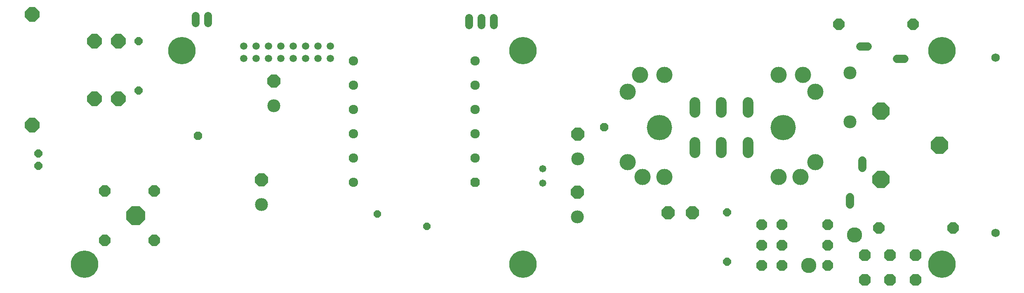
<source format=gbs>
G75*
%MOIN*%
%OFA0B0*%
%FSLAX25Y25*%
%IPPOS*%
%LPD*%
%AMOC8*
5,1,8,0,0,1.08239X$1,22.5*
%
%ADD10C,0.13098*%
%ADD11OC8,0.09350*%
%ADD12C,0.10500*%
%ADD13C,0.06500*%
%ADD14OC8,0.06500*%
%ADD15OC8,0.10500*%
%ADD16C,0.05815*%
%ADD17OC8,0.08768*%
%ADD18C,0.07587*%
%ADD19OC8,0.07587*%
%ADD20C,0.12311*%
%ADD21C,0.06799*%
%ADD22OC8,0.13886*%
%ADD23OC8,0.11768*%
%ADD24C,0.20500*%
%ADD25OC8,0.09100*%
%ADD26OC8,0.15500*%
%ADD27C,0.08750*%
%ADD28C,0.06406*%
%ADD29C,0.05900*%
%ADD30OC8,0.06996*%
%ADD31OC8,0.05900*%
%ADD32OC8,0.06406*%
%ADD33OC8,0.09555*%
%ADD34C,0.22154*%
D10*
X0556731Y0164445D03*
X0568542Y0152634D03*
X0586259Y0152634D03*
X0678778Y0152634D03*
X0696495Y0152634D03*
X0708306Y0164445D03*
X0708306Y0221531D03*
X0698463Y0235311D03*
X0678778Y0235311D03*
X0586259Y0235311D03*
X0566573Y0235311D03*
X0556731Y0221531D03*
D11*
X0727449Y0276364D03*
X0787449Y0276364D03*
X0759699Y0111364D03*
X0819699Y0111364D03*
D12*
X0736449Y0197364D03*
X0736449Y0236734D03*
X0516449Y0167114D03*
X0515949Y0120114D03*
X0260699Y0130364D03*
X0270699Y0210364D03*
D13*
X0736449Y0136350D02*
X0736449Y0130350D01*
X0746449Y0159878D02*
X0746449Y0165878D01*
X0774213Y0248114D02*
X0780213Y0248114D01*
X0750686Y0258114D02*
X0744686Y0258114D01*
D14*
X0636949Y0123864D03*
X0636949Y0083864D03*
X0161418Y0222396D03*
X0161418Y0262396D03*
D15*
X0270699Y0230364D03*
X0260699Y0150364D03*
X0515949Y0140114D03*
X0589357Y0123614D03*
X0609042Y0123614D03*
X0516449Y0187114D03*
D16*
X0487949Y0159270D03*
X0487949Y0147459D03*
D17*
X0664932Y0113900D03*
X0681467Y0113900D03*
X0718199Y0113900D03*
X0718199Y0097364D03*
X0681467Y0097364D03*
X0664932Y0097364D03*
X0664932Y0080829D03*
X0681467Y0080829D03*
X0718199Y0080829D03*
D18*
X0433412Y0167837D03*
X0433412Y0187522D03*
X0433412Y0207207D03*
X0433412Y0226892D03*
X0433412Y0246577D03*
X0334987Y0246577D03*
X0334987Y0226892D03*
X0334987Y0207207D03*
X0334987Y0187522D03*
X0334987Y0167837D03*
X0334987Y0148152D03*
D19*
X0433412Y0148152D03*
D20*
X0703042Y0080829D03*
X0740050Y0105632D03*
D21*
X0853975Y0107358D03*
X0853975Y0249091D03*
D22*
X0761455Y0205783D03*
X0808699Y0178224D03*
X0761455Y0150665D03*
D23*
X0145038Y0215843D03*
X0125550Y0215843D03*
X0075432Y0194445D03*
X0125550Y0262654D03*
X0145038Y0262654D03*
X0075432Y0284051D03*
D24*
X0582449Y0192614D03*
X0682449Y0192614D03*
D25*
X0174054Y0141138D03*
X0134054Y0141138D03*
X0134054Y0101138D03*
X0174054Y0101138D03*
D26*
X0159093Y0121138D03*
D27*
X0610949Y0172239D02*
X0610949Y0180489D01*
X0632449Y0180489D02*
X0632449Y0172239D01*
X0653949Y0172239D02*
X0653949Y0180489D01*
X0653949Y0204739D02*
X0653949Y0212989D01*
X0632449Y0212989D02*
X0632449Y0204739D01*
X0610949Y0204739D02*
X0610949Y0212989D01*
D28*
X0448199Y0275661D02*
X0448199Y0281567D01*
X0438199Y0281567D02*
X0438199Y0275661D01*
X0428199Y0275661D02*
X0428199Y0281567D01*
X0217199Y0283067D02*
X0217199Y0277161D01*
X0207199Y0277161D02*
X0207199Y0283067D01*
D29*
X0246199Y0258614D03*
X0256199Y0258614D03*
X0266199Y0258614D03*
X0276199Y0258614D03*
X0286199Y0258614D03*
X0296199Y0258614D03*
X0306199Y0258614D03*
X0316199Y0258614D03*
X0316199Y0248614D03*
X0306199Y0248614D03*
X0296199Y0248614D03*
X0286199Y0248614D03*
X0276199Y0248614D03*
X0266199Y0248614D03*
X0256199Y0248614D03*
X0246199Y0248614D03*
D30*
X0209199Y0185864D03*
X0537699Y0192864D03*
D31*
X0354449Y0122614D03*
X0394449Y0112614D03*
D32*
X0080353Y0161413D03*
X0080353Y0171413D03*
D33*
X0748199Y0089049D03*
X0768699Y0089049D03*
X0789199Y0089049D03*
X0789199Y0069364D03*
X0768699Y0069364D03*
X0748199Y0069364D03*
D34*
X0117755Y0081768D03*
X0472085Y0081768D03*
X0810668Y0081768D03*
X0810668Y0254996D03*
X0472085Y0254996D03*
X0196495Y0254996D03*
M02*

</source>
